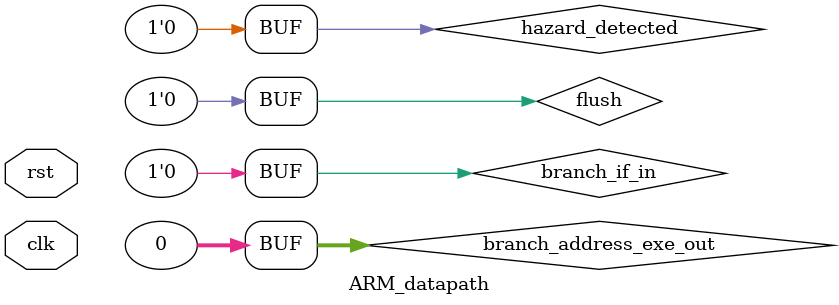
<source format=v>
`timescale 1ns/1ns

module ARM_datapath(input clk ,rst);

  wire status_enable, flush;
  wire [3: 0] status_exe_out, status_reg;
  wire hazard_detected = 1'b0;
  
  /*
  StatusRegister statusRegister(.clk(clk),
                                .rst(rst),
                                .enable(status_enable),
                                .status_in(status_exe_out),
                                .status_out(status_reg));
  */

  wire branch_if_in = 1'b0;
  assign flush = branch_if_in;

  wire [31: 0] instruction_if_out, pc_out_if;
  wire [31:0] branch_address_exe_out = 32'b0;
  IF_Stage if_stage(.clk(clk),
                  .rst(rst),
                  .freeze(hazard_detected),
                  .Branch_taken(branch_if_in),
                  .BranchAddr(branch_address_exe_out),
                  .Instruction(instruction_if_out),
                  .PC_if(pc_out_if));

  wire [31: 0] pc_in_id, pc_id_out, instruction_id_in;
  IF_IDReg if_id (.clk(clk),
              .rst(rst),
              .pc_in(pc_out_if),
              .instruction_in(instruction_if_out),
              .pc(pc_in_id),
              .instruction(instruction_id_in));
              
  wire wb_en_id_in, status_en_id_out, mem_read_id_out, mem_write_id_out,
       branch_id_out, I_id_out, two_src;
  wire [3: 0] dest_id_in, alu_command_id_out, dest_id_out, src1, src2;
  wire [11: 0] shifter_operand_id_out;
  wire [23: 0] b_signed_imm_id_out;
  wire [31: 0] wb_data_id_in, reg1_id_out, reg2_id_out;  
  
  IDSTAGE idSTAGE(.clk(clk),
                  .rst(rst),
                  .write_back_en(wb_en_id_in),
                  .hazard(hazard_detected),
                  .pc_in(pc_in_id),
                  .instruction(instruction_id_in),
                  .reg_data_wb(wb_data_id_in),
                  .dest_wb(dest_id_in),
                  .status(status_reg),
                  .pc(pc_id_out),
                  .reg1(reg1_id_out),
                  .reg2(reg2_id_out),
                  .aluCommand(alu_command_id_out),
                  .dest(dest_id_out),
                  .src1(src1),
                  .src2(src2),
                  .status_en(status_en_id_out),
                  .mem_read(mem_read_id_out),
                  .mem_write(mem_write_id_out),
                  .wb_en(wb_en_id_out),
                  .branch(branch_id_out),
                  .I(I_id_out),
                  .two_src(two_src),
                  .b_signed_imm(b_signed_imm_id_out),
                  .shifter_operand(shifter_operand_id_out));

  wire mem_read_exe_in, mem_write_exe_in, wb_en_id_mem;
  wire [3: 0] alu_command_exe_in, dest_id_mem, status_exe_in, src1_exe_in, src2_exe_in;
  wire [11: 0] shifter_operand_exe_in;
  wire [23: 0] b_signed_imm_exe_in;
  wire[31: 0] pc_exe_in, pc_out_exe, reg1_exe_in, reg2_exe_in;

  ID_EXEReg id_exe(.clk(clk),
                .rst(rst),
                .flush(flush),
                .status_en_in(status_en_id_out),
                .mem_read_in(mem_read_id_out),
                .mem_write_in(mem_write_id_out),
                .wb_en_in(wb_en_id_out),
                .branch_in(branch_id_out),
                .I_in(I_id_out),
                .pc_in(pc_id_out),
                .reg1_in(reg1_id_out),
                .reg2_in(reg2_id_out),
                .aluCommand_in(alu_command_id_out),
                .dest_in(dest_id_out),
                .status_in(status_reg),
                .src1_in(src1),
                .src2_in(src2),
                .b_signed_imm_in(b_signed_imm_id_out),
                .shifter_operand_in(shifter_operand_id_out),
                .status_en_out(status_enable),
                .mem_read_out(mem_read_exe_in),
                .mem_write_out(mem_write_exe_in),
                .wb_en_out(wb_en_id_mem),
                .branch_out(branch_if_in),
                .I_out(I_exe_in),
                .pc_out(pc_exe_in),
                .reg1_out(reg1_exe_in),
                .reg2_out(reg2_exe_in),
                .aluCommand_out(alu_command_exe_in),
                .dest_out(dest_id_mem),
                .status_out(status_exe_in),
                .src1_out(src1_exe_in),
                .src2_out(src2_exe_in),
                .b_signed_imm_out(b_signed_imm_exe_in),
                .shifter_operand_out(shifter_operand_exe_in));




  wire [31: 0] pc_mem_out, instruction_mem_out;
  
  EXE_MEMReg exe_mem(.clk(clk),
                .rst(rst),
                .pc_in(pc_exe_out),
                .instruction_in(instruction_exe_out),
                .pc(pc_mem_out),
                .instruction(instruction_mem_out));

  
  wire [31: 0] pc_wb_out, instruction_wb_out;
  
  MEM_WBReg mem_wb(.clk(clk),
                .rst(rst),
                .pc_in(pc_mem_out),
                .instruction_in(instruction_mem_out),
                .pc(pc_wb_out),
                .instruction(instruction_wb_out));



endmodule


</source>
